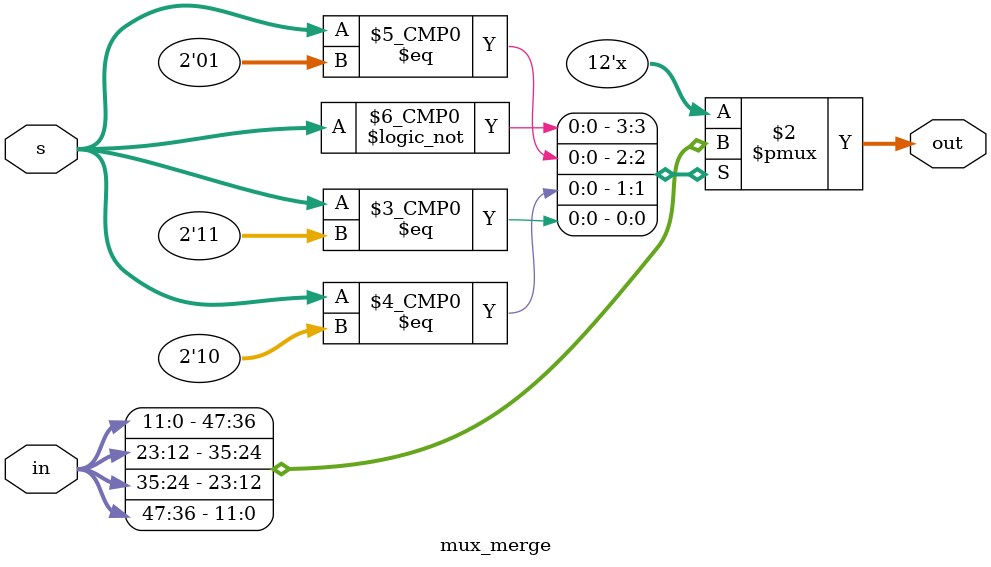
<source format=v>


module mux_merge#(parameter WIDTH = 3)
(
	input [(4*(4*WIDTH))-1:0]in, 
	input [1:0]s,
	output reg [(4*WIDTH)-1:0]out 
);
`define QPSK 2'b00 
`define QAM16 2'b01 
`define QAM64 2'b10
`define QAM256 2'b11 

always@(*)
	begin 
		case(s)
			`QPSK:   out <= in[(1*(4*WIDTH))-1:0]; 
			`QAM16:  out <= in[(2*(4*WIDTH))-1:1*(4*WIDTH)]; 
			`QAM64:  out <= in[(3*(4*WIDTH))-1:2*(4*WIDTH)]; 
			`QAM256: out <= in[(4*(4*WIDTH))-1:3*(4*WIDTH)]; 
		endcase 
	end
	
endmodule
</source>
